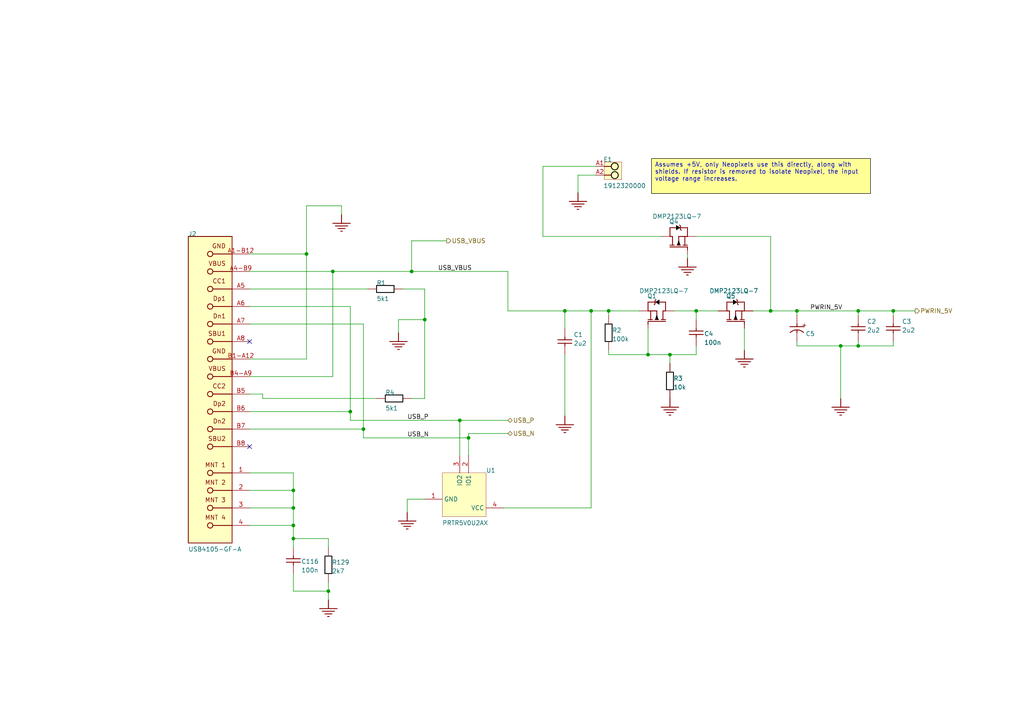
<source format=kicad_sch>
(kicad_sch (version 20231120) (generator "eeschema") (generator_version "8.0")
  (paper "A4")
  (title_block (title "<Enter Sheet Title>"))
  (lib_symbols
    (symbol "SONATA-ONE-symbols:GND_POWER_GROUND" (power)
      (property "Reference" "#PWR" (at 0 0 0))
      (property "Value" "GND" (at 0 6.35 0))
      (symbol "GND_POWER_GROUND_0_0"
        (polyline (pts (xy -2.54 -2.54) (xy 2.54 -2.54)) (stroke (width 0.254)))
        (polyline (pts (xy -1.778 -3.302) (xy 1.778 -3.302)) (stroke (width 0.254)))
        (polyline (pts (xy -1.016 -4.064) (xy 1.016 -4.064)) (stroke (width 0.254)))
        (polyline (pts (xy -0.254 -4.826) (xy 0.254 -4.826)) (stroke (width 0.254)))
        (polyline (pts (xy 0 0) (xy 0 -2.54)) (stroke (width 0.254)))
        (pin power_in line (at 0 0 0) (length 0) hide (name "GND") (number ""))
      )
    )
    (symbol "SONATA-ONE-symbols:root_0_CAP"
      (symbol "root_0_CAP_1_0"
        (polyline (pts (xy -2.032 1.778) (xy 2.032 1.778)) (stroke (width 0.254)))
        (polyline (pts (xy 0 0) (xy 0 0.762)) (stroke (width 0.254)))
        (polyline (pts (xy 0 2.54) (xy 0 1.778)) (stroke (width 0.254)))
        (polyline (pts (xy 2.032 0.762) (xy -2.032 0.762)) (stroke (width 0.254)))
        (pin passive line (at 0 5.08 270) (length 2.54) (name "1") (number "1"))
        (pin passive line (at 0 -2.54 90) (length 2.54) (name "2") (number "2"))
      )
    )
    (symbol "SONATA-ONE-symbols:root_0_CAP_POL"
      (symbol "root_0_CAP_POL_1_0"
        (polyline (pts (xy 0 0) (xy 0 0.762)) (stroke (width 0.254)))
        (polyline (pts (xy 0 2.54) (xy 0 1.778)) (stroke (width 0.254)))
        (polyline (pts (xy 2.032 1.778) (xy -2.032 1.778)) (stroke (width 0.254)))
        (arc (start 1.9317 0.092) (mid -0.0185 0.839) (end -1.9589 0.0669) (stroke (width 0.254)))
        (text "+" (at 1.27 1.524 0) (effects (font (size 1.27 1.27)) (justify left bottom)))
        (pin passive line (at 0 5.08 270) (length 2.54) (name "1") (number "1"))
        (pin passive line (at 0 -2.54 90) (length 2.54) (name "2") (number "2"))
      )
    )
    (symbol "SONATA-ONE-symbols:root_0_RES-EU"
      (symbol "root_0_RES-EU_1_0"
        (rectangle (start 1.016 2.54) (end -1.016 -2.54) (stroke (width 0.254) (color 0 0 0 1)))
        (pin passive line (at 0 5.08 270) (length 2.54) (name "1") (number "1"))
        (pin passive line (at 0 -5.08 90) (length 2.54) (name "2") (number "2"))
      )
    )
    (symbol "SONATA-ONE-symbols:root_0_e7c17a616881a82b79941196b4bec10"
      (property "Reference" "J" (at 0 0 0))
      (symbol "root_0_e7c17a616881a82b79941196b4bec10_1_0"
        (circle (center -11.43 -78.74) (radius 0.762) (stroke (width 0.254)))
        (circle (center -11.43 -73.66) (radius 0.762) (stroke (width 0.254)))
        (circle (center -11.43 -68.58) (radius 0.762) (stroke (width 0.254)))
        (circle (center -11.43 -63.5) (radius 0.762) (stroke (width 0.254)))
        (circle (center -11.43 -55.88) (radius 0.762) (stroke (width 0.254)))
        (circle (center -11.43 -50.8) (radius 0.762) (stroke (width 0.254)))
        (circle (center -11.43 -45.72) (radius 0.762) (stroke (width 0.254)))
        (circle (center -11.43 -40.64) (radius 0.762) (stroke (width 0.254)))
        (circle (center -11.43 -35.56) (radius 0.762) (stroke (width 0.254)))
        (circle (center -11.43 -30.48) (radius 0.762) (stroke (width 0.254)))
        (circle (center -11.43 -25.4) (radius 0.762) (stroke (width 0.254)))
        (circle (center -11.43 -20.32) (radius 0.762) (stroke (width 0.254)))
        (circle (center -11.43 -15.24) (radius 0.762) (stroke (width 0.254)))
        (circle (center -11.43 -10.16) (radius 0.762) (stroke (width 0.254)))
        (circle (center -11.43 -5.08) (radius 0.762) (stroke (width 0.254)))
        (circle (center -11.43 0) (radius 0.762) (stroke (width 0.254)))
        (rectangle (start -5.08 5.08) (end -17.78 -83.82) (stroke (width 0.254) (color 128 0 0 1)) (fill (type background)))
        (polyline (pts (xy -10.668 -78.74) (xy -5.08 -78.74)) (stroke (width 0.254)))
        (polyline (pts (xy -10.668 -73.66) (xy -5.08 -73.66)) (stroke (width 0.254)))
        (polyline (pts (xy -10.668 -68.58) (xy -5.08 -68.58)) (stroke (width 0.254)))
        (polyline (pts (xy -10.668 -63.5) (xy -5.08 -63.5)) (stroke (width 0.254)))
        (polyline (pts (xy -10.668 -55.88) (xy -5.08 -55.88)) (stroke (width 0.254)))
        (polyline (pts (xy -10.668 -50.8) (xy -5.08 -50.8)) (stroke (width 0.254)))
        (polyline (pts (xy -10.668 -45.72) (xy -5.08 -45.72)) (stroke (width 0.254)))
        (polyline (pts (xy -10.668 -40.64) (xy -5.08 -40.64)) (stroke (width 0.254)))
        (polyline (pts (xy -10.668 -35.56) (xy -5.08 -35.56)) (stroke (width 0.254)))
        (polyline (pts (xy -10.668 -30.48) (xy -5.08 -30.48)) (stroke (width 0.254)))
        (polyline (pts (xy -10.668 -25.4) (xy -5.08 -25.4)) (stroke (width 0.254)))
        (polyline (pts (xy -10.668 -20.32) (xy -5.08 -20.32)) (stroke (width 0.254)))
        (polyline (pts (xy -10.668 -15.24) (xy -5.08 -15.24)) (stroke (width 0.254)))
        (polyline (pts (xy -10.668 -10.16) (xy -5.08 -10.16)) (stroke (width 0.254)))
        (polyline (pts (xy -10.668 -5.08) (xy -5.08 -5.08)) (stroke (width 0.254)))
        (polyline (pts (xy -10.668 0) (xy -5.08 0)) (stroke (width 0.254)))
        (text "CC1" (at -6.858 -7.112 0) (effects (font (size 1.27 1.27)) (justify right top)))
        (text "CC2" (at -6.858 -37.592 0) (effects (font (size 1.27 1.27)) (justify right top)))
        (text "Dn1" (at -6.858 -17.272 0) (effects (font (size 1.27 1.27)) (justify right top)))
        (text "Dn2" (at -6.858 -47.752 0) (effects (font (size 1.27 1.27)) (justify right top)))
        (text "Dp1" (at -6.858 -12.192 0) (effects (font (size 1.27 1.27)) (justify right top)))
        (text "Dp2" (at -6.858 -42.672 0) (effects (font (size 1.27 1.27)) (justify right top)))
        (text "GND" (at -6.858 -27.432 0) (effects (font (size 1.27 1.27)) (justify right top)))
        (text "GND" (at -6.858 3.048 0) (effects (font (size 1.27 1.27)) (justify right top)))
        (text "MNT 1" (at -6.858 -60.452 0) (effects (font (size 1.27 1.27)) (justify right top)))
        (text "MNT 2" (at -6.858 -65.532 0) (effects (font (size 1.27 1.27)) (justify right top)))
        (text "MNT 3" (at -6.858 -70.612 0) (effects (font (size 1.27 1.27)) (justify right top)))
        (text "MNT 4" (at -6.858 -75.692 0) (effects (font (size 1.27 1.27)) (justify right top)))
        (text "SBU1" (at -6.858 -22.352 0) (effects (font (size 1.27 1.27)) (justify right top)))
        (text "SBU2" (at -6.858 -52.832 0) (effects (font (size 1.27 1.27)) (justify right top)))
        (text "VBUS" (at -6.858 -32.512 0) (effects (font (size 1.27 1.27)) (justify right top)))
        (text "VBUS" (at -6.858 -2.032 0) (effects (font (size 1.27 1.27)) (justify right top)))
        (pin power_in line (at 0 -63.5 180) (length 5.08) (name "MNT_1") (number "1"))
        (pin power_in line (at 0 -68.58 180) (length 5.08) (name "MNT_2") (number "2"))
        (pin power_in line (at 0 -73.66 180) (length 5.08) (name "MNT_3") (number "3"))
        (pin power_in line (at 0 -78.74 180) (length 5.08) (name "MNT_4") (number "4"))
        (pin power_in line (at 0 0 180) (length 5.08) (name "GND") (number "A1-B12"))
        (pin power_in line (at 0 -5.08 180) (length 5.08) (name "VBUS") (number "A4-B9"))
        (pin power_in line (at 0 -10.16 180) (length 5.08) (name "CC1") (number "A5"))
        (pin bidirectional line (at 0 -15.24 180) (length 5.08) (name "Dp1") (number "A6"))
        (pin bidirectional line (at 0 -20.32 180) (length 5.08) (name "Dn1") (number "A7"))
        (pin bidirectional line (at 0 -25.4 180) (length 5.08) (name "SBU1") (number "A8"))
        (pin bidirectional line (at 0 -30.48 180) (length 5.08) (name "GND") (number "B1-A12"))
        (pin bidirectional line (at 0 -35.56 180) (length 5.08) (name "VBUS") (number "B4-A9"))
        (pin bidirectional line (at 0 -40.64 180) (length 5.08) (name "CC2") (number "B5"))
        (pin bidirectional line (at 0 -45.72 180) (length 5.08) (name "Dp2") (number "B6"))
        (pin bidirectional line (at 0 -50.8 180) (length 5.08) (name "Dn2") (number "B7"))
        (pin power_in line (at 0 -55.88 180) (length 5.08) (name "SBU2") (number "B8"))
      )
    )
    (symbol "SONATA-ONE-symbols:root_0_mirrored_Terminal_02_1x02_0"
      (symbol "root_0_mirrored_Terminal_02_1x02_0_1_0"
        (polyline (pts (xy 0 -2.54) (xy 2.032 -2.54)) (stroke (width 0.254)))
        (polyline (pts (xy 0 0) (xy 2.032 0)) (stroke (width 0.254)))
        (circle (center 3.048 -2.54) (radius 1.016) (stroke (width 0.254) (color 0 0 0 1)))
        (circle (center 3.048 0) (radius 1.016) (stroke (width 0.254) (color 0 0 0 1)))
        (rectangle (start 5.08 1.27) (end 0 -3.81) (stroke (width 0.0254) (color 128 0 0 1)) (fill (type background)))
        (pin passive line (at -2.54 0 0) (length 2.54) (name "A1") (number "A1"))
        (pin passive line (at -2.54 -2.54 0) (length 2.54) (name "A2") (number "A2"))
      )
    )
    (symbol "SONATA-ONE-symbols:root_1_MOSFET_P_GSD"
      (symbol "root_1_MOSFET_P_GSD_1_0"
        (polyline (pts (xy -2.54 -0.508) (xy 2.54 -0.508)) (stroke (width 0.254)))
        (polyline (pts (xy -2.54 0) (xy -1.27 0)) (stroke (width 0.254)))
        (polyline (pts (xy -2.54 2.54) (xy -2.54 5.08)) (stroke (width 0.254)))
        (polyline (pts (xy -2.54 5.08) (xy -0.762 5.08)) (stroke (width 0.254)))
        (polyline (pts (xy -1.778 2.54) (xy -2.54 2.54)) (stroke (width 0.254)))
        (polyline (pts (xy -1.778 2.54) (xy -1.778 0)) (stroke (width 0.254)))
        (polyline (pts (xy 0 2.54) (xy 0 0)) (stroke (width 0.254)))
        (polyline (pts (xy 0 2.54) (xy 2.54 2.54)) (stroke (width 0.254)))
        (polyline (pts (xy 0.508 0) (xy -0.508 0)) (stroke (width 0.254)))
        (polyline (pts (xy 1.778 2.54) (xy 1.778 0)) (stroke (width 0.254)))
        (polyline (pts (xy 2.54 -1.27) (xy 2.54 -0.508)) (stroke (width 0.254)))
        (polyline (pts (xy 2.54 0) (xy 1.27 0)) (stroke (width 0.254)))
        (polyline (pts (xy 2.54 2.54) (xy 2.54 5.08)) (stroke (width 0.254)))
        (polyline (pts (xy 2.54 5.08) (xy 0.508 5.08)) (stroke (width 0.254)))
        (polyline (pts (xy 0 1.524) (xy -0.508 0) (xy 0.508 0) (xy 0 1.524)) (stroke (width -0.0001) (color 0 0 0 1)) (fill (type outline)))
        (polyline (pts (xy 0.508 5.08) (xy -0.762 5.842) (xy -0.762 4.318) (xy 0.508 5.08)) (stroke (width -0.0001) (color 0 0 0 1)) (fill (type outline)))
        (polyline (pts (xy 0.762 4.318) (xy 0.508 4.572) (xy 0.508 5.588) (xy 0.254 5.842)) (stroke (width 0.254)))
        (pin passive line (at 2.54 -2.54 90) (length 1.27) (name "G") (number "1"))
        (pin passive line (at 5.08 2.54 180) (length 2.54) (name "S") (number "2"))
        (pin passive line (at -5.08 2.54 0) (length 2.54) (name "D") (number "3"))
      )
    )
    (symbol "SONATA-ONE-symbols:root_1_RES-EU"
      (symbol "root_1_RES-EU_1_0"
        (rectangle (start 2.54 1.016) (end -2.54 -1.016) (stroke (width 0.254) (color 0 0 0 1)))
        (pin passive line (at -5.08 0 0) (length 2.54) (name "1") (number "1"))
        (pin passive line (at 5.08 0 180) (length 2.54) (name "2") (number "2"))
      )
    )
    (symbol "SONATA-ONE-symbols:root_1_mirrored_MOSFET_P_GSD"
      (symbol "root_1_mirrored_MOSFET_P_GSD_1_0"
        (polyline (pts (xy -2.54 -1.27) (xy -2.54 -0.508)) (stroke (width 0.254)))
        (polyline (pts (xy -2.54 0) (xy -1.27 0)) (stroke (width 0.254)))
        (polyline (pts (xy -2.54 2.54) (xy -2.54 5.08)) (stroke (width 0.254)))
        (polyline (pts (xy -2.54 5.08) (xy -0.508 5.08)) (stroke (width 0.254)))
        (polyline (pts (xy -1.778 2.54) (xy -1.778 0)) (stroke (width 0.254)))
        (polyline (pts (xy -0.508 0) (xy 0.508 0)) (stroke (width 0.254)))
        (polyline (pts (xy 0 2.54) (xy -2.54 2.54)) (stroke (width 0.254)))
        (polyline (pts (xy 0 2.54) (xy 0 0)) (stroke (width 0.254)))
        (polyline (pts (xy 1.778 2.54) (xy 1.778 0)) (stroke (width 0.254)))
        (polyline (pts (xy 1.778 2.54) (xy 2.54 2.54)) (stroke (width 0.254)))
        (polyline (pts (xy 2.54 -0.508) (xy -2.54 -0.508)) (stroke (width 0.254)))
        (polyline (pts (xy 2.54 0) (xy 1.27 0)) (stroke (width 0.254)))
        (polyline (pts (xy 2.54 2.54) (xy 2.54 5.08)) (stroke (width 0.254)))
        (polyline (pts (xy 2.54 5.08) (xy 0.762 5.08)) (stroke (width 0.254)))
        (polyline (pts (xy -0.762 4.318) (xy -0.508 4.572) (xy -0.508 5.588) (xy -0.254 5.842)) (stroke (width 0.254)))
        (polyline (pts (xy -0.508 5.08) (xy 0.762 5.842) (xy 0.762 4.318) (xy -0.508 5.08)) (stroke (width -0.0001) (color 0 0 0 1)) (fill (type outline)))
        (polyline (pts (xy 0 1.524) (xy 0.508 0) (xy -0.508 0) (xy 0 1.524)) (stroke (width -0.0001) (color 0 0 0 1)) (fill (type outline)))
        (pin passive line (at -2.54 -2.54 90) (length 1.27) (name "G") (number "1"))
        (pin passive line (at -5.08 2.54 0) (length 2.54) (name "S") (number "2"))
        (pin passive line (at 5.08 2.54 180) (length 2.54) (name "D") (number "3"))
      )
    )
    (symbol "SONATA-ONE-symbols:root_3_PRTR5V0U2AX"
      (symbol "root_3_PRTR5V0U2AX_1_0"
        (rectangle (start 7.62 7.62) (end -5.08 -5.08) (stroke (width 0.0254) (color 128 0 0 1)) (fill (type background)))
        (pin power_in line (at -10.16 0 0) (length 5.08) (name "GND") (number "1"))
        (pin passive line (at 2.54 12.7 270) (length 5.08) (name "IO1") (number "2"))
        (pin passive line (at 0 12.7 270) (length 5.08) (name "IO2") (number "3"))
        (pin power_in line (at 12.7 -2.54 180) (length 5.08) (name "VCC") (number "4"))
      )
    )
  )
  (junction (at 95.25 171.45))
  (junction (at 96.52 78.74))
  (junction (at 171.45 90.17))
  (junction (at 187.96 102.87))
  (junction (at 133.35 121.92))
  (junction (at 259.08 90.17))
  (junction (at 85.09 147.32))
  (junction (at 135.89 127))
  (junction (at 231.14 90.17))
  (junction (at 248.92 90.17))
  (junction (at 248.92 100.33))
  (junction (at 201.93 90.17))
  (junction (at 85.09 142.24))
  (junction (at 85.09 156.21))
  (junction (at 105.41 124.46))
  (junction (at 163.83 90.17))
  (junction (at 101.6 119.38))
  (junction (at 119.38 78.74))
  (junction (at 88.9 73.66))
  (junction (at 123.19 92.71))
  (junction (at 194.31 102.87))
  (junction (at 85.09 152.4))
  (junction (at 243.84 100.33))
  (junction (at 176.53 90.17))
  (junction (at 223.52 90.17))
  (no_connect (at 72.39 99.06))
  (no_connect (at 72.39 129.54))
  (wire (pts (xy 187.96 95.25) (xy 187.96 102.87)))
  (wire (pts (xy 185.42 90.17) (xy 176.53 90.17)))
  (wire (pts (xy 218.44 90.17) (xy 223.52 90.17)))
  (wire (pts (xy 105.41 127) (xy 135.89 127)))
  (wire (pts (xy 223.52 90.17) (xy 231.14 90.17)))
  (wire (pts (xy 85.09 152.4) (xy 85.09 156.21)))
  (wire (pts (xy 96.52 109.22) (xy 96.52 78.74)))
  (wire (pts (xy 123.19 92.71) (xy 123.19 115.57)))
  (wire (pts (xy 243.84 100.33) (xy 248.92 100.33)))
  (wire (pts (xy 259.08 91.44) (xy 259.08 90.17)))
  (wire (pts (xy 223.52 68.58) (xy 223.52 90.17)))
  (wire (pts (xy 248.92 100.33) (xy 259.08 100.33)))
  (wire (pts (xy 123.19 115.57) (xy 119.38 115.57)))
  (wire (pts (xy 163.83 95.25) (xy 163.83 90.17)))
  (wire (pts (xy 119.38 69.85) (xy 119.38 78.74)))
  (wire (pts (xy 194.31 102.87) (xy 201.93 102.87)))
  (wire (pts (xy 187.96 102.87) (xy 194.31 102.87)))
  (wire (pts (xy 88.9 73.66) (xy 88.9 104.14)))
  (wire (pts (xy 191.77 68.58) (xy 157.48 68.58)))
  (wire (pts (xy 176.53 101.6) (xy 176.53 102.87)))
  (wire (pts (xy 115.57 92.71) (xy 115.57 96.52)))
  (wire (pts (xy 72.39 83.82) (xy 106.68 83.82)))
  (wire (pts (xy 231.14 99.06) (xy 231.14 100.33)))
  (wire (pts (xy 85.09 142.24) (xy 85.09 147.32)))
  (wire (pts (xy 72.39 93.98) (xy 105.41 93.98)))
  (wire (pts (xy 101.6 119.38) (xy 72.39 119.38)))
  (wire (pts (xy 157.48 48.26) (xy 172.72 48.26)))
  (wire (pts (xy 95.25 168.91) (xy 95.25 171.45)))
  (wire (pts (xy 115.57 92.71) (xy 123.19 92.71)))
  (wire (pts (xy 199.39 73.66) (xy 199.39 74.93)))
  (wire (pts (xy 248.92 99.06) (xy 248.92 100.33)))
  (wire (pts (xy 171.45 90.17) (xy 176.53 90.17)))
  (wire (pts (xy 105.41 124.46) (xy 105.41 127)))
  (wire (pts (xy 135.89 132.08) (xy 135.89 127)))
  (wire (pts (xy 176.53 91.44) (xy 176.53 90.17)))
  (wire (pts (xy 72.39 88.9) (xy 101.6 88.9)))
  (wire (pts (xy 172.72 50.8) (xy 167.64 50.8)))
  (wire (pts (xy 76.2 114.3) (xy 76.2 115.57)))
  (wire (pts (xy 123.19 144.78) (xy 118.11 144.78)))
  (wire (pts (xy 259.08 100.33) (xy 259.08 99.06)))
  (wire (pts (xy 118.11 144.78) (xy 118.11 148.59)))
  (wire (pts (xy 215.9 95.25) (xy 215.9 101.6)))
  (wire (pts (xy 195.58 90.17) (xy 201.93 90.17)))
  (wire (pts (xy 85.09 158.75) (xy 85.09 156.21)))
  (wire (pts (xy 248.92 91.44) (xy 248.92 90.17)))
  (wire (pts (xy 171.45 147.32) (xy 171.45 90.17)))
  (wire (pts (xy 88.9 59.69) (xy 99.06 59.69)))
  (wire (pts (xy 231.14 90.17) (xy 248.92 90.17)))
  (wire (pts (xy 72.39 104.14) (xy 88.9 104.14)))
  (wire (pts (xy 231.14 91.44) (xy 231.14 90.17)))
  (wire (pts (xy 72.39 124.46) (xy 105.41 124.46)))
  (wire (pts (xy 243.84 115.57) (xy 243.84 100.33)))
  (wire (pts (xy 123.19 83.82) (xy 123.19 92.71)))
  (wire (pts (xy 85.09 137.16) (xy 85.09 142.24)))
  (wire (pts (xy 95.25 156.21) (xy 95.25 158.75)))
  (wire (pts (xy 95.25 171.45) (xy 95.25 173.99)))
  (wire (pts (xy 231.14 100.33) (xy 243.84 100.33)))
  (wire (pts (xy 85.09 156.21) (xy 95.25 156.21)))
  (wire (pts (xy 101.6 121.92) (xy 133.35 121.92)))
  (wire (pts (xy 85.09 142.24) (xy 72.39 142.24)))
  (wire (pts (xy 163.83 120.65) (xy 163.83 102.87)))
  (wire (pts (xy 105.41 93.98) (xy 105.41 124.46)))
  (wire (pts (xy 201.93 92.71) (xy 201.93 90.17)))
  (wire (pts (xy 72.39 137.16) (xy 85.09 137.16)))
  (wire (pts (xy 157.48 68.58) (xy 157.48 48.26)))
  (wire (pts (xy 201.93 102.87) (xy 201.93 100.33)))
  (wire (pts (xy 119.38 78.74) (xy 147.32 78.74)))
  (wire (pts (xy 95.25 171.45) (xy 85.09 171.45)))
  (wire (pts (xy 96.52 78.74) (xy 119.38 78.74)))
  (wire (pts (xy 133.35 132.08) (xy 133.35 121.92)))
  (wire (pts (xy 72.39 78.74) (xy 96.52 78.74)))
  (wire (pts (xy 72.39 109.22) (xy 96.52 109.22)))
  (wire (pts (xy 85.09 152.4) (xy 72.39 152.4)))
  (wire (pts (xy 176.53 102.87) (xy 187.96 102.87)))
  (wire (pts (xy 135.89 125.73) (xy 147.32 125.73)))
  (wire (pts (xy 147.32 90.17) (xy 163.83 90.17)))
  (wire (pts (xy 85.09 171.45) (xy 85.09 166.37)))
  (wire (pts (xy 85.09 147.32) (xy 85.09 152.4)))
  (wire (pts (xy 72.39 114.3) (xy 76.2 114.3)))
  (wire (pts (xy 201.93 68.58) (xy 223.52 68.58)))
  (wire (pts (xy 135.89 125.73) (xy 135.89 127)))
  (wire (pts (xy 99.06 59.69) (xy 99.06 62.23)))
  (wire (pts (xy 101.6 88.9) (xy 101.6 119.38)))
  (wire (pts (xy 72.39 73.66) (xy 88.9 73.66)))
  (wire (pts (xy 201.93 90.17) (xy 208.28 90.17)))
  (wire (pts (xy 248.92 90.17) (xy 259.08 90.17)))
  (wire (pts (xy 101.6 119.38) (xy 101.6 121.92)))
  (wire (pts (xy 85.09 147.32) (xy 72.39 147.32)))
  (wire (pts (xy 146.05 147.32) (xy 171.45 147.32)))
  (wire (pts (xy 163.83 90.17) (xy 171.45 90.17)))
  (wire (pts (xy 88.9 73.66) (xy 88.9 59.69)))
  (wire (pts (xy 133.35 121.92) (xy 147.32 121.92)))
  (wire (pts (xy 76.2 115.57) (xy 109.22 115.57)))
  (wire (pts (xy 119.38 69.85) (xy 129.54 69.85)))
  (wire (pts (xy 167.64 50.8) (xy 167.64 55.88)))
  (wire (pts (xy 147.32 78.74) (xy 147.32 90.17)))
  (wire (pts (xy 194.31 102.87) (xy 194.31 105.41)))
  (wire (pts (xy 259.08 90.17) (xy 265.43 90.17)))
  (wire (pts (xy 116.84 83.82) (xy 123.19 83.82)))
  (text_box "Assumes +5V, only Neopixels use this directly, along with shields. If resistor is removed to isolate Neopixel, the input voltage range increases." (at 252.476 45.974 0) (size -63.5 10.16) (stroke (width 0) (color 0 0 0 1)) (fill (type color) (color 255 255 150 1)) (effects (font (size 1.27 1.27)) (justify left top)))
  (label "USB_N" (at 118.11 127 0))
  (label "USB_VBUS" (at 127 78.74 0))
  (label "USB_P" (at 118.11 121.92 0))
  (label "PWRIN_5V" (at 234.95 90.17 0))
  (hierarchical_label "USB_P" (shape bidirectional) (at 147.32 121.92 0))
  (hierarchical_label "USB_VBUS" (shape output) (at 129.54 69.85 0))
  (hierarchical_label "PWRIN_5V" (shape output) (at 265.43 90.17 0))
  (hierarchical_label "USB_N" (shape bidirectional) (at 147.32 125.73 0))
  (symbol (lib_id "SONATA-ONE-symbols:root_0_CAP") (at 248.92 96.52 0) (unit 1)
    (property "Reference" "C2" (at 251.46 93.98 0) (effects (justify left bottom)))
    (property "Value" "2u2" (at 251.46 96.52 0) (effects (justify left bottom)))
    (property "Footprint" "SONATA-ONE-LIBRARY:CAPC0603_M" (effects (hide yes)))
    (property "Description" "100n, 0402" (effects (hide yes)))
    (property "MANUFACTURE PART NUMBER 1" "CL10B225KP8NNNC" (effects (hide yes)))
  )
  (symbol (lib_id "SONATA-ONE-symbols:root_0_CAP_POL") (at 231.14 96.52 0) (unit 1)
    (property "Reference" "C5" (at 233.656 97.536 0) (effects (justify left bottom)))
    (property "Value" "680uF" (effects (hide yes)))
    (property "Footprint" "SONATA-ONE-LIBRARY:Cap_16v_680uF" (effects (hide yes)))
    (property "Description" "Aluminum electrolytic 680uF, 8x16mm, radial" (effects (hide yes)))
  )
  (symbol (lib_id "SONATA-ONE-symbols:root_0_CAP") (at 163.83 100.33 0) (unit 1)
    (property "Reference" "C1" (at 166.37 97.79 0) (effects (justify left bottom)))
    (property "Value" "2u2" (at 166.37 100.33 0) (effects (justify left bottom)))
    (property "Footprint" "SONATA-ONE-LIBRARY:CAPC0603_M" (effects (hide yes)))
    (property "Description" "100n, 0402" (effects (hide yes)))
    (property "MANUFACTURE PART NUMBER 1" "CL10B225KP8NNNC" (effects (hide yes)))
  )
  (symbol (lib_id "SONATA-ONE-symbols:root_1_mirrored_MOSFET_P_GSD") (at 190.5 92.71 0) (unit 1)
    (property "Reference" "Q1" (at 187.706 86.614 0) (effects (justify left bottom)))
    (property "Value" "DMP2123LQ-7" (at 185.42 85.09 0) (effects (justify left bottom)))
    (property "Footprint" "SONATA-ONE-LIBRARY:SOT95P245X110-3M" (effects (hide yes)))
    (property "Description" "P-Channel, 3A, Logic Level" (effects (hide yes)))
    (property "MANUFACTURE PART NUMBER 1" "DMP2123LQ-7" (effects (hide yes)))
  )
  (symbol (lib_id "SONATA-ONE-symbols:root_0_CAP") (at 259.08 96.52 0) (unit 1)
    (property "Reference" "C3" (at 261.62 93.98 0) (effects (justify left bottom)))
    (property "Value" "2u2" (at 261.62 96.52 0) (effects (justify left bottom)))
    (property "Footprint" "SONATA-ONE-LIBRARY:CAPC0603_M" (effects (hide yes)))
    (property "Description" "100n, 0402" (effects (hide yes)))
    (property "MANUFACTURE PART NUMBER 1" "CL10B225KP8NNNC" (effects (hide yes)))
  )
  (symbol (lib_id "SONATA-ONE-symbols:GND_POWER_GROUND") (at 215.9 101.6 0) (unit 1)
    (property "Reference" "#PWR09" (effects (hide yes)))
    (property "Value" "GND" (effects (hide yes)))
    (property "Description" "Power symbol creates a global label with name 'GND'" (effects (hide yes)))
  )
  (symbol (lib_id "SONATA-ONE-symbols:root_1_MOSFET_P_GSD") (at 213.36 92.71 0) (unit 1)
    (property "Reference" "Q5" (at 210.566 86.614 0) (effects (justify left bottom)))
    (property "Value" "DMP2123LQ-7" (at 205.74 85.09 0) (effects (justify left bottom)))
    (property "Footprint" "SONATA-ONE-LIBRARY:SOT95P245X110-3M" (effects (hide yes)))
    (property "Description" "P-Channel, 3A, Logic Level" (effects (hide yes)))
    (property "MANUFACTURE PART NUMBER 1" "DMP2123LQ-7" (effects (hide yes)))
  )
  (symbol (lib_id "SONATA-ONE-symbols:root_1_RES-EU") (at 111.76 83.82 0) (unit 1)
    (property "Reference" "R1" (at 109.22 82.804 0) (effects (justify left bottom)))
    (property "Value" "5k1" (at 109.22 87.376 0) (effects (justify left bottom)))
    (property "Footprint" "SONATA-ONE-LIBRARY:RESC1608X55N" (effects (hide yes)))
    (property "Description" "10k res, 0402, 1%, 1/16W" (effects (hide yes)))
    (property "MANUFACTURE PART NUMBER 1" "RC0603FR-075K1L" (effects (hide yes)))
  )
  (symbol (lib_id "SONATA-ONE-symbols:GND_POWER_GROUND") (at 99.06 62.23 0) (unit 1)
    (property "Reference" "#PWR02" (effects (hide yes)))
    (property "Value" "GND" (effects (hide yes)))
    (property "Description" "Power symbol creates a global label with name 'GND'" (effects (hide yes)))
  )
  (symbol (lib_id "SONATA-ONE-symbols:root_3_PRTR5V0U2AX") (at 133.35 144.78 0) (unit 1)
    (property "Reference" "U1" (at 140.97 137.16 0) (effects (justify left bottom)))
    (property "Value" "PRTR5V0U2AX" (at 128.27 152.4 0) (effects (justify left bottom)))
    (property "Footprint" "SONATA-ONE-LIBRARY:SOT143B" (effects (hide yes)))
    (property "Description" "USB 2.0 high-speed ESD" (effects (hide yes)))
  )
  (symbol (lib_id "SONATA-ONE-symbols:GND_POWER_GROUND") (at 118.11 148.59 0) (unit 1)
    (property "Reference" "#PWR04" (effects (hide yes)))
    (property "Value" "GND" (effects (hide yes)))
    (property "Description" "Power symbol creates a global label with name 'GND'" (effects (hide yes)))
  )
  (symbol (lib_id "SONATA-ONE-symbols:root_1_RES-EU") (at 114.3 115.57 0) (unit 1)
    (property "Reference" "R4" (at 111.76 114.554 0) (effects (justify left bottom)))
    (property "Value" "5k1" (at 111.76 119.126 0) (effects (justify left bottom)))
    (property "Footprint" "SONATA-ONE-LIBRARY:RESC1608X55N" (effects (hide yes)))
    (property "Description" "10k res, 0402, 1%, 1/16W" (effects (hide yes)))
    (property "MANUFACTURE PART NUMBER 1" "RC0603FR-075K1L" (effects (hide yes)))
  )
  (symbol (lib_id "SONATA-ONE-symbols:GND_POWER_GROUND") (at 115.57 96.52 0) (unit 1)
    (property "Reference" "#PWR03" (effects (hide yes)))
    (property "Value" "GND" (effects (hide yes)))
    (property "Description" "Power symbol creates a global label with name 'GND'" (effects (hide yes)))
  )
  (symbol (lib_id "SONATA-ONE-symbols:root_0_CAP") (at 85.09 163.83 0) (unit 1)
    (property "Reference" "C116" (at 87.376 163.576 0) (effects (justify left bottom)))
    (property "Value" "100n" (at 87.376 166.116 0) (effects (justify left bottom)))
    (property "Footprint" "SONATA-ONE-LIBRARY:CAPC0402_M" (effects (hide yes)))
    (property "Description" "100n, 0402" (effects (hide yes)))
    (property "MANUFACTURE PART NUMBER 1" "CGA2B3X7R1V104K050BB" (effects (hide yes)))
  )
  (symbol (lib_id "SONATA-ONE-symbols:GND_POWER_GROUND") (at 95.25 173.99 0) (unit 1)
    (property "Reference" "#PWR01" (effects (hide yes)))
    (property "Value" "GND" (effects (hide yes)))
    (property "Description" "Power symbol creates a global label with name 'GND'" (effects (hide yes)))
  )
  (symbol (lib_id "SONATA-ONE-symbols:root_0_mirrored_Terminal_02_1x02_0") (at 175.26 48.26 0) (unit 1)
    (property "Reference" "E1" (at 175.006 46.99 0) (effects (justify left bottom)))
    (property "Value" "1912320000" (at 175.006 54.61 0) (effects (justify left bottom)))
    (property "Footprint" "SONATA-ONE-LIBRARY:PS_3_5_90_02" (effects (hide yes)))
    (property "Description" "OMNIMATE Signal - series PS" (effects (hide yes)))
  )
  (symbol (lib_id "SONATA-ONE-symbols:root_0_RES-EU") (at 95.25 163.83 0) (unit 1)
    (property "Reference" "R129" (at 96.266 163.83 0) (effects (justify left bottom)))
    (property "Value" "2k7" (at 96.266 166.37 0) (effects (justify left bottom)))
    (property "Footprint" "SONATA-ONE-LIBRARY:RESC1005X40N" (effects (hide yes)))
    (property "Description" "10k res, 0402, 1%, 1/16W" (effects (hide yes)))
    (property "MANUFACTURE PART NUMBER 1" "RC0402FR-072K7L" (effects (hide yes)))
  )
  (symbol (lib_id "SONATA-ONE-symbols:GND_POWER_GROUND") (at 167.64 55.88 0) (unit 1)
    (property "Reference" "#PWR06" (effects (hide yes)))
    (property "Value" "GND" (effects (hide yes)))
    (property "Description" "Power symbol creates a global label with name 'GND'" (effects (hide yes)))
  )
  (symbol (lib_id "SONATA-ONE-symbols:GND_POWER_GROUND") (at 194.31 115.57 0) (unit 1)
    (property "Reference" "#PWR07" (effects (hide yes)))
    (property "Value" "GND" (effects (hide yes)))
    (property "Description" "Power symbol creates a global label with name 'GND'" (effects (hide yes)))
  )
  (symbol (lib_id "SONATA-ONE-symbols:GND_POWER_GROUND") (at 243.84 115.57 0) (unit 1)
    (property "Reference" "#PWR010" (effects (hide yes)))
    (property "Value" "GND" (effects (hide yes)))
    (property "Description" "Power symbol creates a global label with name 'GND'" (effects (hide yes)))
  )
  (symbol (lib_id "SONATA-ONE-symbols:root_0_RES-EU") (at 176.53 96.52 0) (unit 1)
    (property "Reference" "R2" (at 177.546 96.52 0) (effects (justify left bottom)))
    (property "Value" "100k" (at 177.546 99.06 0) (effects (justify left bottom)))
    (property "Footprint" "SONATA-ONE-LIBRARY:RESC1005X40N" (effects (hide yes)))
    (property "Description" "10k res, 0402, 1%, 1/16W" (effects (hide yes)))
    (property "MANUFACTURE PART NUMBER 1" "RC0402FR-07100KL" (effects (hide yes)))
  )
  (symbol (lib_id "SONATA-ONE-symbols:GND_POWER_GROUND") (at 163.83 120.65 0) (unit 1)
    (property "Reference" "#PWR05" (effects (hide yes)))
    (property "Value" "GND" (effects (hide yes)))
    (property "Description" "Power symbol creates a global label with name 'GND'" (effects (hide yes)))
  )
  (symbol (lib_id "SONATA-ONE-symbols:root_0_e7c17a616881a82b79941196b4bec10") (at 72.39 73.66 0) (unit 1)
    (property "Reference" "J2" (at 54.61 68.58 0) (effects (justify left bottom)))
    (property "Value" "USB4105-GF-A" (at 54.61 160.02 0) (effects (justify left bottom)))
    (property "Footprint" "SONATA-ONE-LIBRARY:FP-USB4105-GF-A-MFG" (effects (hide yes)))
    (property "Description" "CONN RCPT USB2.0 TYPEC 5A" (effects (hide yes)))
  )
  (symbol (lib_id "SONATA-ONE-symbols:GND_POWER_GROUND") (at 199.39 74.93 0) (unit 1)
    (property "Reference" "#PWR08" (effects (hide yes)))
    (property "Value" "GND" (effects (hide yes)))
    (property "Description" "Power symbol creates a global label with name 'GND'" (effects (hide yes)))
  )
  (symbol (lib_id "SONATA-ONE-symbols:root_0_CAP") (at 201.93 97.79 0) (unit 1)
    (property "Reference" "C4" (at 204.216 97.536 0) (effects (justify left bottom)))
    (property "Value" "100n" (at 204.216 100.076 0) (effects (justify left bottom)))
    (property "Footprint" "SONATA-ONE-LIBRARY:CAPC0402_M" (effects (hide yes)))
    (property "Description" "100n, 0402" (effects (hide yes)))
    (property "MANUFACTURE PART NUMBER 1" "CGA2B3X7R1V104K050BB" (effects (hide yes)))
  )
  (symbol (lib_id "SONATA-ONE-symbols:root_1_MOSFET_P_GSD") (at 196.85 71.12 0) (unit 1)
    (property "Reference" "Q4" (at 194.056 65.024 0) (effects (justify left bottom)))
    (property "Value" "DMP2123LQ-7" (at 189.23 63.5 0) (effects (justify left bottom)))
    (property "Footprint" "SONATA-ONE-LIBRARY:SOT95P245X110-3M" (effects (hide yes)))
    (property "Description" "P-Channel, 3A, Logic Level" (effects (hide yes)))
    (property "MANUFACTURE PART NUMBER 1" "DMP2123LQ-7" (effects (hide yes)))
  )
  (symbol (lib_id "SONATA-ONE-symbols:root_0_RES-EU") (at 194.31 110.49 0) (unit 1)
    (property "Reference" "R3" (at 195.326 110.49 0) (effects (justify left bottom)))
    (property "Value" "10k" (at 195.326 113.03 0) (effects (justify left bottom)))
    (property "Footprint" "SONATA-ONE-LIBRARY:RESC1005X40N" (effects (hide yes)))
    (property "Description" "10k res, 0402, 1%, 1/16W" (effects (hide yes)))
    (property "MANUFACTURE PART NUMBER 1" "RC0402FR-0710KL" (effects (hide yes)))
  )
)
</source>
